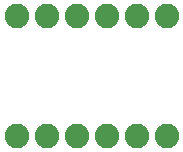
<source format=gbr>
G04 EAGLE Gerber RS-274X export*
G75*
%MOMM*%
%FSLAX34Y34*%
%LPD*%
%INSoldermask Bottom*%
%IPPOS*%
%AMOC8*
5,1,8,0,0,1.08239X$1,22.5*%
G01*
%ADD10C,2.082800*%


D10*
X139700Y12700D03*
X114300Y12700D03*
X88900Y12700D03*
X63500Y12700D03*
X38100Y12700D03*
X12700Y12700D03*
X12700Y114300D03*
X38100Y114300D03*
X63500Y114300D03*
X88900Y114300D03*
X114300Y114300D03*
X139700Y114300D03*
M02*

</source>
